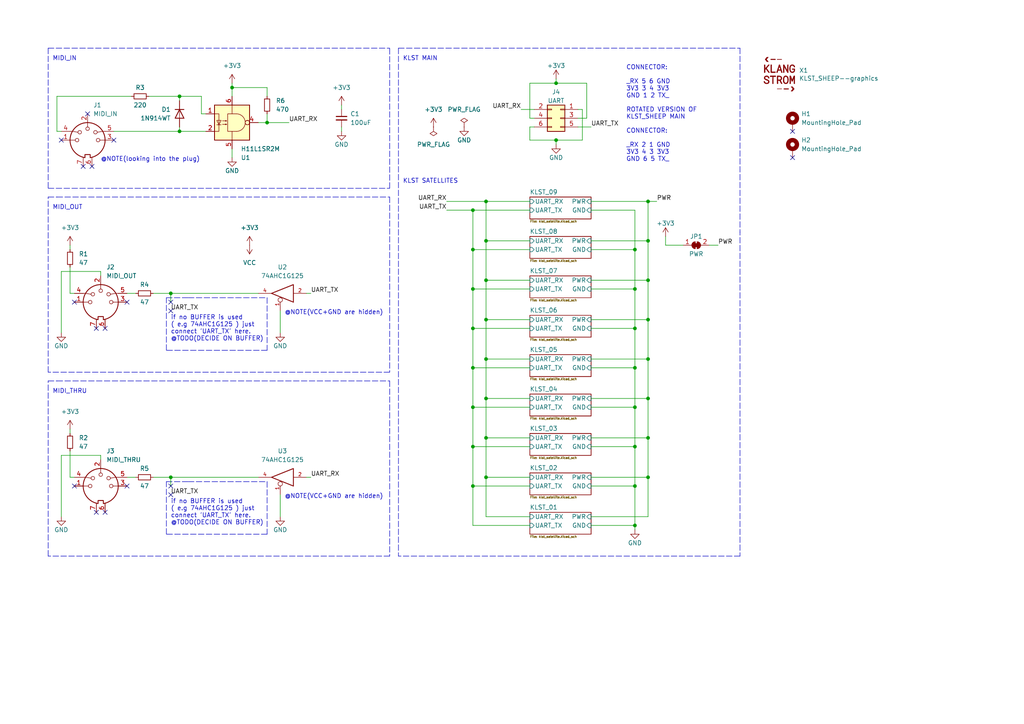
<source format=kicad_sch>
(kicad_sch (version 20211123) (generator eeschema)
  (paper "A4")
  (lib_symbols
    (symbol "74xGxx:74AHC1G125" (pin_names (offset 1.016))
      (property "Reference" "U" (at -2.54 3.81 0))
      (property "Value" "74AHC1G125" (at 0 -3.81 0))
      (symbol "74AHC1G125_1_1"
        (pin input inverted (at 0 5.08 270) (length 3.81) (name "~") (number "1"))
        (pin input line (at -7.62 0 0) (length 3.81) (name "~") (number "2"))
        (pin power_in line (at 1.27 -1.27 270) (length 0) hide (name "GND") (number "3"))
        (pin tri_state line (at 6.35 0 180) (length 3.81) (name "~") (number "4"))
        (pin power_in line (at 1.27 1.27 90) (length 0) hide (name "VCC") (number "5"))
      )
    )
    (symbol "Connector:DIN-5_180degree_with_Eaerth" (pin_names (offset 1.016))
      (property "Reference" "J" (at 3.175 5.715 0))
      (property "Value" "DIN-5_180degree_with_Eaerth" (at 2.54 -6.35 0))
      (symbol "DIN-5_180degree_with_Eaerth_0_0"
        (pin passive line (at 1.27 -7.62 90) (length 2.54) (name "~") (number "6"))
        (pin passive line (at -1.27 -7.62 90) (length 2.54) (name "~") (number "7"))
      )
      (symbol "DIN-5_180degree_with_Eaerth_1_1"
        (pin passive line (at -7.62 0 0) (length 2.54) (name "~") (number "1"))
        (pin passive line (at 0 7.62 270) (length 2.54) (name "~") (number "2"))
        (pin passive line (at 7.62 0 180) (length 2.54) (name "~") (number "3"))
        (pin passive line (at -7.62 2.54 0) (length 2.54) (name "~") (number "4"))
        (pin passive line (at 7.62 2.54 180) (length 2.54) (name "~") (number "5"))
      )
    )
    (symbol "Connector_Generic:Conn_02x03_Odd_Even" (pin_names (offset 1.016) hide)
      (property "Reference" "J" (at 1.27 5.08 0))
      (property "Value" "Conn_02x03_Odd_Even" (at 1.27 -5.08 0))
      (symbol "Conn_02x03_Odd_Even_1_1"
        (pin passive line (at -5.08 2.54 0) (length 3.81) (name "Pin_1") (number "1"))
        (pin passive line (at 7.62 2.54 180) (length 3.81) (name "Pin_2") (number "2"))
        (pin passive line (at -5.08 0 0) (length 3.81) (name "Pin_3") (number "3"))
        (pin passive line (at 7.62 0 180) (length 3.81) (name "Pin_4") (number "4"))
        (pin passive line (at -5.08 -2.54 0) (length 3.81) (name "Pin_5") (number "5"))
        (pin passive line (at 7.62 -2.54 180) (length 3.81) (name "Pin_6") (number "6"))
      )
    )
    (symbol "Device:C_Small" (pin_numbers hide) (pin_names (offset 0.254) hide)
      (property "Reference" "C" (at 0.254 1.778 0))
      (property "Value" "C_Small" (at 0.254 -2.032 0))
      (symbol "C_Small_1_1"
        (pin passive line (at 0 2.54 270) (length 2.032) (name "~") (number "1"))
        (pin passive line (at 0 -2.54 90) (length 2.032) (name "~") (number "2"))
      )
    )
    (symbol "Device:R_Small" (pin_numbers hide) (pin_names (offset 0.254) hide)
      (property "Reference" "R" (at 0.762 0.508 0))
      (property "Value" "R_Small" (at 0.762 -1.016 0))
      (symbol "R_Small_1_1"
        (pin passive line (at 0 2.54 270) (length 0.762) (name "~") (number "1"))
        (pin passive line (at 0 -2.54 90) (length 0.762) (name "~") (number "2"))
      )
    )
    (symbol "Diode:1N914WT" (pin_numbers hide) (pin_names (offset 1.016) hide)
      (property "Reference" "D" (at 0 2.54 0))
      (property "Value" "1N914WT" (at 0 -2.54 0))
      (symbol "1N914WT_1_1"
        (pin passive line (at -3.81 0 0) (length 2.54) (name "K") (number "1"))
        (pin passive line (at 3.81 0 180) (length 2.54) (name "A") (number "2"))
      )
    )
    (symbol "Isolator:H11L1" (pin_names (offset 1.016))
      (property "Reference" "U" (at 1.27 8.89 0))
      (property "Value" "H11L1" (at 1.27 6.35 0))
      (symbol "H11L1_1_1"
        (pin passive line (at -7.62 2.54 0) (length 2.54) (name "~") (number "1"))
        (pin passive line (at -7.62 -2.54 0) (length 2.54) (name "~") (number "2"))
        (pin no_connect line (at -5.08 0 0) (length 2.54) hide (name "~") (number "3"))
        (pin output inverted (at 7.62 0 180) (length 3.81) (name "~") (number "4"))
        (pin power_in line (at 0 -7.62 90) (length 2.54) (name "~") (number "5"))
        (pin power_in line (at 0 7.62 270) (length 2.54) (name "~") (number "6"))
      )
    )
    (symbol "Jumper:SolderJumper_2_Bridged" (pin_names (offset 0) hide)
      (property "Reference" "JP" (at 0 2.032 0))
      (property "Value" "SolderJumper_2_Bridged" (at 0 -2.54 0))
      (symbol "SolderJumper_2_Bridged_1_1"
        (pin passive line (at -3.81 0 0) (length 2.54) (name "A") (number "1"))
        (pin passive line (at 3.81 0 180) (length 2.54) (name "B") (number "2"))
      )
    )
    (symbol "KLST-ICON:LOGO" (pin_names (offset 1.016)))
    (symbol "KLST_SHEEP--graphics:KLST_SHEEP--graphics" (pin_numbers hide) (pin_names (offset 0) hide)
      (property "Reference" "X" (at 0 0 0))
      (property "Value" "KLST_SHEEP--graphics" (at 0 0 0))
    )
    (symbol "Mechanical:MountingHole_Pad" (pin_numbers hide) (pin_names (offset 1.016) hide)
      (property "Reference" "H" (at 0 6.35 0))
      (property "Value" "MountingHole_Pad" (at 0 4.445 0))
      (symbol "MountingHole_Pad_1_1"
        (pin input line (at 0 -2.54 90) (length 2.54) (name "1") (number "1"))
      )
    )
    (symbol "power:+3V3" (power) (pin_names (offset 0))
      (property "Value" "+3V3" (at 0 3.556 0))
      (symbol "+3V3_1_1"
        (pin power_in line (at 0 0 90) (length 0) hide (name "+3V3") (number "1"))
      )
    )
    (symbol "power:GND" (power) (pin_names (offset 0))
      (property "Value" "GND" (at 0 -3.81 0))
      (symbol "GND_1_1"
        (pin power_in line (at 0 0 270) (length 0) hide (name "GND") (number "1"))
      )
    )
    (symbol "power:PWR_FLAG" (power) (pin_numbers hide) (pin_names (offset 0) hide)
      (property "Value" "PWR_FLAG" (at 0 3.81 0))
      (symbol "PWR_FLAG_0_0"
        (pin power_out line (at 0 0 90) (length 0) (name "pwr") (number "1"))
      )
    )
    (symbol "power:VCC" (power) (pin_names (offset 0))
      (property "Value" "VCC" (at 0 3.81 0))
      (symbol "VCC_1_1"
        (pin power_in line (at 0 0 90) (length 0) hide (name "VCC") (number "1"))
      )
    )
  )
  (junction (at 137.16 72.39))
  (junction (at 140.97 81.28))
  (junction (at 184.15 72.39))
  (junction (at 184.15 129.54))
  (junction (at 184.15 106.68))
  (junction (at 140.97 58.42))
  (junction (at 187.96 81.28))
  (junction (at 187.96 58.42))
  (junction (at 140.97 104.14))
  (junction (at 49.53 85.09))
  (junction (at 49.53 138.43))
  (junction (at 137.16 118.11))
  (junction (at 140.97 92.71))
  (junction (at 161.29 24.13))
  (junction (at 184.15 118.11))
  (junction (at 184.15 140.97))
  (junction (at 187.96 127))
  (junction (at 77.47 35.56))
  (junction (at 140.97 69.85))
  (junction (at 140.97 115.57))
  (junction (at 137.16 60.96))
  (junction (at 184.15 95.25))
  (junction (at 187.96 138.43))
  (junction (at 52.07 27.94))
  (junction (at 187.96 104.14))
  (junction (at 161.29 40.64))
  (junction (at 187.96 69.85))
  (junction (at 140.97 138.43))
  (junction (at 52.07 38.1))
  (junction (at 137.16 106.68))
  (junction (at 137.16 95.25))
  (junction (at 187.96 92.71))
  (junction (at 137.16 140.97))
  (junction (at 184.15 152.4))
  (junction (at 187.96 115.57))
  (junction (at 67.31 25.4))
  (junction (at 137.16 83.82))
  (junction (at 184.15 83.82))
  (junction (at 137.16 129.54))
  (junction (at 140.97 127))
  (no_connect (at 26.67 48.26))
  (no_connect (at 30.48 148.59))
  (no_connect (at 49.53 140.97))
  (no_connect (at 25.4 33.02))
  (no_connect (at 30.48 95.25))
  (no_connect (at 229.87 45.72))
  (no_connect (at 229.87 38.1))
  (no_connect (at 33.02 40.64))
  (no_connect (at 17.78 40.64))
  (no_connect (at 36.83 87.63))
  (no_connect (at 21.59 87.63))
  (no_connect (at 21.59 140.97))
  (no_connect (at 49.53 90.17))
  (no_connect (at 36.83 140.97))
  (no_connect (at 49.53 87.63))
  (no_connect (at 24.13 48.26))
  (no_connect (at 27.94 148.59))
  (no_connect (at 27.94 95.25))
  (no_connect (at 49.53 143.51))
  (wire (pts (xy 187.96 92.71) (xy 187.96 81.28)))
  (polyline (pts (xy 113.03 107.95) (xy 13.97 107.95)))
  (wire (pts (xy 52.07 36.83) (xy 52.07 38.1)))
  (wire (pts (xy 137.16 106.68) (xy 153.67 106.68)))
  (wire (pts (xy 137.16 129.54) (xy 137.16 118.11)))
  (wire (pts (xy 161.29 40.64) (xy 168.91 40.64)))
  (polyline (pts (xy 48.26 154.94) (xy 48.26 139.7)))
  (wire (pts (xy 140.97 104.14) (xy 140.97 92.71)))
  (wire (pts (xy 36.83 138.43) (xy 39.37 138.43)))
  (wire (pts (xy 20.32 124.46) (xy 20.32 125.73)))
  (wire (pts (xy 193.04 68.58) (xy 193.04 71.12)))
  (wire (pts (xy 129.54 58.42) (xy 140.97 58.42)))
  (polyline (pts (xy 54.61 139.7) (xy 77.47 139.7)))
  (wire (pts (xy 67.31 25.4) (xy 67.31 27.94)))
  (polyline (pts (xy 16.51 57.15) (xy 113.03 57.15)))
  (wire (pts (xy 17.78 78.74) (xy 17.78 96.52)))
  (wire (pts (xy 140.97 127) (xy 153.67 127)))
  (wire (pts (xy 187.96 115.57) (xy 187.96 104.14)))
  (wire (pts (xy 16.51 38.1) (xy 17.78 38.1)))
  (wire (pts (xy 140.97 92.71) (xy 140.97 81.28)))
  (wire (pts (xy 171.45 106.68) (xy 184.15 106.68)))
  (polyline (pts (xy 13.97 107.95) (xy 13.97 57.15)))
  (wire (pts (xy 161.29 24.13) (xy 153.67 24.13)))
  (wire (pts (xy 137.16 118.11) (xy 153.67 118.11)))
  (wire (pts (xy 36.83 85.09) (xy 39.37 85.09)))
  (wire (pts (xy 137.16 95.25) (xy 137.16 83.82)))
  (wire (pts (xy 187.96 58.42) (xy 190.5 58.42)))
  (wire (pts (xy 137.16 72.39) (xy 137.16 60.96)))
  (wire (pts (xy 154.94 36.83) (xy 153.67 36.83)))
  (wire (pts (xy 20.32 77.47) (xy 20.32 85.09)))
  (wire (pts (xy 184.15 118.11) (xy 184.15 129.54)))
  (wire (pts (xy 137.16 83.82) (xy 153.67 83.82)))
  (wire (pts (xy 171.45 140.97) (xy 184.15 140.97)))
  (wire (pts (xy 187.96 81.28) (xy 187.96 69.85)))
  (wire (pts (xy 187.96 69.85) (xy 187.96 58.42)))
  (wire (pts (xy 205.74 71.12) (xy 208.28 71.12)))
  (polyline (pts (xy 13.97 54.61) (xy 113.03 54.61)))
  (polyline (pts (xy 77.47 139.7) (xy 77.47 154.94)))
  (wire (pts (xy 81.28 143.51) (xy 81.28 149.86)))
  (wire (pts (xy 29.21 78.74) (xy 17.78 78.74)))
  (wire (pts (xy 77.47 33.02) (xy 77.47 35.56)))
  (wire (pts (xy 184.15 152.4) (xy 184.15 153.67)))
  (polyline (pts (xy 13.97 13.97) (xy 13.97 54.61)))
  (wire (pts (xy 140.97 69.85) (xy 153.67 69.85)))
  (wire (pts (xy 137.16 152.4) (xy 137.16 140.97)))
  (wire (pts (xy 58.42 33.02) (xy 59.69 33.02)))
  (polyline (pts (xy 214.63 67.31) (xy 214.63 67.31)))
  (wire (pts (xy 44.45 85.09) (xy 49.53 85.09)))
  (wire (pts (xy 171.45 129.54) (xy 184.15 129.54)))
  (wire (pts (xy 140.97 115.57) (xy 140.97 104.14)))
  (wire (pts (xy 137.16 106.68) (xy 137.16 95.25)))
  (wire (pts (xy 170.18 24.13) (xy 161.29 24.13)))
  (wire (pts (xy 171.45 69.85) (xy 187.96 69.85)))
  (wire (pts (xy 171.45 115.57) (xy 187.96 115.57)))
  (wire (pts (xy 153.67 36.83) (xy 153.67 40.64)))
  (wire (pts (xy 184.15 106.68) (xy 184.15 118.11)))
  (wire (pts (xy 20.32 71.12) (xy 20.32 72.39)))
  (wire (pts (xy 171.45 138.43) (xy 187.96 138.43)))
  (wire (pts (xy 74.93 35.56) (xy 77.47 35.56)))
  (wire (pts (xy 171.45 149.86) (xy 187.96 149.86)))
  (wire (pts (xy 99.06 36.83) (xy 99.06 38.1)))
  (polyline (pts (xy 115.57 13.97) (xy 115.57 161.29)))
  (wire (pts (xy 140.97 92.71) (xy 153.67 92.71)))
  (wire (pts (xy 171.45 83.82) (xy 184.15 83.82)))
  (wire (pts (xy 140.97 127) (xy 140.97 115.57)))
  (wire (pts (xy 137.16 95.25) (xy 153.67 95.25)))
  (wire (pts (xy 137.16 129.54) (xy 153.67 129.54)))
  (wire (pts (xy 20.32 130.81) (xy 20.32 138.43)))
  (wire (pts (xy 168.91 31.75) (xy 168.91 40.64)))
  (polyline (pts (xy 48.26 101.6) (xy 48.26 86.36)))
  (wire (pts (xy 161.29 40.64) (xy 161.29 41.91)))
  (polyline (pts (xy 16.51 110.49) (xy 113.03 110.49)))
  (wire (pts (xy 140.97 138.43) (xy 153.67 138.43)))
  (wire (pts (xy 171.45 72.39) (xy 184.15 72.39)))
  (wire (pts (xy 153.67 24.13) (xy 153.67 34.29)))
  (wire (pts (xy 171.45 152.4) (xy 184.15 152.4)))
  (wire (pts (xy 184.15 129.54) (xy 184.15 140.97)))
  (wire (pts (xy 140.97 115.57) (xy 153.67 115.57)))
  (wire (pts (xy 187.96 104.14) (xy 187.96 92.71)))
  (polyline (pts (xy 113.03 54.61) (xy 113.03 13.97)))
  (wire (pts (xy 137.16 140.97) (xy 153.67 140.97)))
  (wire (pts (xy 140.97 104.14) (xy 153.67 104.14)))
  (wire (pts (xy 67.31 43.18) (xy 67.31 45.72)))
  (wire (pts (xy 52.07 27.94) (xy 58.42 27.94)))
  (wire (pts (xy 21.59 85.09) (xy 20.32 85.09)))
  (wire (pts (xy 187.96 138.43) (xy 187.96 127)))
  (wire (pts (xy 21.59 138.43) (xy 20.32 138.43)))
  (wire (pts (xy 17.78 132.08) (xy 17.78 149.86)))
  (wire (pts (xy 49.53 138.43) (xy 49.53 140.97)))
  (wire (pts (xy 184.15 72.39) (xy 184.15 83.82)))
  (wire (pts (xy 90.17 138.43) (xy 88.9 138.43)))
  (wire (pts (xy 153.67 34.29) (xy 154.94 34.29)))
  (wire (pts (xy 90.17 85.09) (xy 88.9 85.09)))
  (wire (pts (xy 171.45 58.42) (xy 187.96 58.42)))
  (polyline (pts (xy 48.26 139.7) (xy 54.61 139.7)))
  (wire (pts (xy 43.18 27.94) (xy 52.07 27.94)))
  (wire (pts (xy 140.97 81.28) (xy 153.67 81.28)))
  (wire (pts (xy 187.96 127) (xy 187.96 115.57)))
  (wire (pts (xy 137.16 140.97) (xy 137.16 129.54)))
  (wire (pts (xy 140.97 149.86) (xy 153.67 149.86)))
  (wire (pts (xy 58.42 27.94) (xy 58.42 33.02)))
  (wire (pts (xy 44.45 138.43) (xy 49.53 138.43)))
  (wire (pts (xy 38.1 27.94) (xy 16.51 27.94)))
  (wire (pts (xy 170.18 24.13) (xy 170.18 34.29)))
  (wire (pts (xy 167.64 31.75) (xy 168.91 31.75)))
  (wire (pts (xy 184.15 83.82) (xy 184.15 95.25)))
  (polyline (pts (xy 48.26 86.36) (xy 54.61 86.36)))
  (polyline (pts (xy 13.97 57.15) (xy 16.51 57.15)))
  (polyline (pts (xy 13.97 161.29) (xy 13.97 110.49)))
  (wire (pts (xy 129.54 60.96) (xy 137.16 60.96)))
  (wire (pts (xy 171.45 92.71) (xy 187.96 92.71)))
  (wire (pts (xy 167.64 36.83) (xy 171.45 36.83)))
  (wire (pts (xy 184.15 140.97) (xy 184.15 152.4)))
  (polyline (pts (xy 115.57 13.97) (xy 214.63 13.97)))
  (wire (pts (xy 171.45 118.11) (xy 184.15 118.11)))
  (polyline (pts (xy 214.63 161.29) (xy 115.57 161.29)))
  (wire (pts (xy 77.47 35.56) (xy 83.82 35.56)))
  (wire (pts (xy 171.45 104.14) (xy 187.96 104.14)))
  (polyline (pts (xy 54.61 86.36) (xy 77.47 86.36)))
  (polyline (pts (xy 214.63 13.97) (xy 214.63 161.29)))
  (polyline (pts (xy 77.47 86.36) (xy 77.47 101.6)))
  (wire (pts (xy 171.45 81.28) (xy 187.96 81.28)))
  (wire (pts (xy 49.53 138.43) (xy 74.93 138.43)))
  (wire (pts (xy 137.16 152.4) (xy 153.67 152.4)))
  (wire (pts (xy 161.29 22.86) (xy 161.29 24.13)))
  (wire (pts (xy 49.53 85.09) (xy 49.53 87.63)))
  (wire (pts (xy 29.21 80.01) (xy 29.21 78.74)))
  (polyline (pts (xy 13.97 110.49) (xy 16.51 110.49)))
  (wire (pts (xy 137.16 72.39) (xy 153.67 72.39)))
  (wire (pts (xy 33.02 38.1) (xy 52.07 38.1)))
  (wire (pts (xy 49.53 85.09) (xy 74.93 85.09)))
  (polyline (pts (xy 77.47 101.6) (xy 48.26 101.6)))
  (polyline (pts (xy 77.47 154.94) (xy 48.26 154.94)))
  (wire (pts (xy 193.04 71.12) (xy 198.12 71.12)))
  (wire (pts (xy 67.31 25.4) (xy 77.47 25.4)))
  (wire (pts (xy 137.16 118.11) (xy 137.16 106.68)))
  (polyline (pts (xy 13.97 13.97) (xy 113.03 13.97)))
  (polyline (pts (xy 113.03 110.49) (xy 113.03 161.29)))
  (wire (pts (xy 81.28 90.17) (xy 81.28 96.52)))
  (wire (pts (xy 140.97 149.86) (xy 140.97 138.43)))
  (wire (pts (xy 140.97 69.85) (xy 140.97 58.42)))
  (wire (pts (xy 187.96 149.86) (xy 187.96 138.43)))
  (wire (pts (xy 52.07 38.1) (xy 59.69 38.1)))
  (wire (pts (xy 137.16 83.82) (xy 137.16 72.39)))
  (wire (pts (xy 67.31 24.13) (xy 67.31 25.4)))
  (wire (pts (xy 184.15 95.25) (xy 184.15 106.68)))
  (wire (pts (xy 184.15 60.96) (xy 184.15 72.39)))
  (wire (pts (xy 137.16 60.96) (xy 153.67 60.96)))
  (wire (pts (xy 171.45 95.25) (xy 184.15 95.25)))
  (wire (pts (xy 99.06 30.48) (xy 99.06 31.75)))
  (wire (pts (xy 29.21 132.08) (xy 17.78 132.08)))
  (wire (pts (xy 171.45 60.96) (xy 184.15 60.96)))
  (wire (pts (xy 151.13 31.75) (xy 154.94 31.75)))
  (wire (pts (xy 170.18 34.29) (xy 167.64 34.29)))
  (wire (pts (xy 29.21 133.35) (xy 29.21 132.08)))
  (wire (pts (xy 140.97 81.28) (xy 140.97 69.85)))
  (wire (pts (xy 16.51 27.94) (xy 16.51 38.1)))
  (polyline (pts (xy 113.03 57.15) (xy 113.03 107.95)))
  (wire (pts (xy 140.97 58.42) (xy 153.67 58.42)))
  (polyline (pts (xy 113.03 161.29) (xy 13.97 161.29)))
  (wire (pts (xy 171.45 127) (xy 187.96 127)))
  (wire (pts (xy 140.97 138.43) (xy 140.97 127)))
  (wire (pts (xy 153.67 40.64) (xy 161.29 40.64)))
  (wire (pts (xy 77.47 27.94) (xy 77.47 25.4)))
  (wire (pts (xy 52.07 27.94) (xy 52.07 29.21)))
  (text "MIDI_THRU" (at 15.24 114.3 0) (effects (font (size 1.27 1.27)) (justify left bottom)))
  (text "CONNECTOR:\n\n_RX 5 6 GND\n3V3 3 4 3V3\nGND 1 2 TX_\n\nROTATED VERSION OF \nKLST_SHEEP MAIN\n\nCONNECTOR:\n\n_RX 2 1 GND\n3V3 4 3 3V3\nGND 6 5 TX_\n" (at 181.61 46.99 0) (effects (font (size 1.27 1.27)) (justify left bottom)))
  (text "if no BUFFER is used \n( e.g 74AHC1G125 ) just \nconnect 'UART_TX' here.\n@TODO(DECIDE ON BUFFER)" (at 49.53 152.4 0) (effects (font (size 1.27 1.27)) (justify left bottom)))
  (text "KLST SATELLITES" (at 116.84 53.34 0) (effects (font (size 1.27 1.27)) (justify left bottom)))
  (text "MIDI_IN" (at 15.24 17.78 0) (effects (font (size 1.27 1.27)) (justify left bottom)))
  (text "if no BUFFER is used \n( e.g 74AHC1G125 ) just \nconnect 'UART_TX' here.\n@TODO(DECIDE ON BUFFER)" (at 49.53 99.06 0) (effects (font (size 1.27 1.27)) (justify left bottom)))
  (text "KLST MAIN" (at 116.84 17.78 0) (effects (font (size 1.27 1.27)) (justify left bottom)))
  (text "@NOTE(looking into the plug)" (at 29.21 46.99 0) (effects (font (size 1.27 1.27)) (justify left bottom)))
  (text "@NOTE(VCC+GND are hidden)" (at 82.55 144.78 0) (effects (font (size 1.27 1.27)) (justify left bottom)))
  (text "@NOTE(VCC+GND are hidden)" (at 82.55 91.44 0) (effects (font (size 1.27 1.27)) (justify left bottom)))
  (text "MIDI_OUT" (at 15.24 60.96 0) (effects (font (size 1.27 1.27)) (justify left bottom)))
  (label "PWR" (at 208.28 71.12 0))
  (label "PWR" (at 190.5 58.42 0))
  (label "UART_RX" (at 83.82 35.56 0))
  (label "UART_TX" (at 90.17 85.09 0))
  (label "UART_RX" (at 90.17 138.43 0))
  (label "UART_RX" (at 129.54 58.42 180))
  (label "UART_TX" (at 129.54 60.96 180))
  (label "UART_TX" (at 49.53 90.17 0))
  (label "UART_TX" (at 171.45 36.83 0))
  (label "UART_RX" (at 151.13 31.75 180))
  (label "UART_TX" (at 49.53 143.51 0))
  (symbol (lib_id "Mechanical:MountingHole_Pad") (at 229.87 43.18 0) (unit 1)
    (property "Reference" "H2" (at 232.41 40.6399 0) (effects (justify left)))
    (property "Value" "MountingHole_Pad" (at 232.41 43.1799 0) (effects (justify left)))
    (property "Footprint" "MountingHole:MountingHole_3.2mm_M3_Pad_Via" (effects hide))
  )
  (symbol (lib_id "Jumper:SolderJumper_2_Bridged") (at 201.93 71.12 0) (unit 1)
    (property "Reference" "JP1" (at 201.93 68.58 0))
    (property "Value" "PWR" (at 201.93 73.66 0))
    (property "Footprint" "Jumper:SolderJumper-2_P1.3mm_Bridged_RoundedPad1.0x1.5mm" (effects hide))
    (property "JLCPCB Part #" "-" (effects hide))
  )
  (symbol (lib_id "power:GND") (at 99.06 38.1 0) (unit 1)
    (property "Reference" "#PWR012" (effects hide))
    (property "Value" "GND" (at 99.06 41.91 0))
  )
  (symbol (lib_id "power:GND") (at 81.28 149.86 0) (mirror y) (unit 1)
    (property "Reference" "#PWR010" (effects hide))
    (property "Value" "GND" (at 81.28 153.67 0))
  )
  (symbol (lib_id "KLST_SHEEP--graphics:KLST_SHEEP--graphics") (at 231.14 21.59 0) (unit 1)
    (property "Reference" "X1" (at 231.775 20.4216 0) (effects (justify left)))
    (property "Value" "KLST_SHEEP--graphics" (at 231.775 22.733 0) (effects (justify left)))
    (property "Footprint" "DIN-5:KLST--icon" (effects hide))
  )
  (symbol (lib_id "power:+3V3") (at 20.32 71.12 0) (unit 1)
    (property "Reference" "#PWR03" (effects hide))
    (property "Value" "+3V3" (at 20.32 66.04 0))
  )
  (symbol (lib_id "power:+3V3") (at 193.04 68.58 0) (unit 1)
    (property "Reference" "#PWR016" (effects hide))
    (property "Value" "+3V3" (at 193.04 64.77 0))
  )
  (symbol (lib_id "power:+3V3") (at 99.06 30.48 0) (unit 1)
    (property "Reference" "#PWR011" (effects hide))
    (property "Value" "+3V3" (at 99.06 25.4 0))
  )
  (symbol (lib_id "Device:R_Small") (at 20.32 74.93 0) (unit 1)
    (property "Reference" "R1" (at 22.86 73.6599 0) (effects (justify left)))
    (property "Value" "47" (at 22.86 76.1999 0) (effects (justify left)))
    (property "Footprint" "Resistor_SMD:R_0805_2012Metric_Pad1.20x1.40mm_HandSolder" (effects hide))
    (property "Extended Part" "-" (effects hide))
    (property "JLCPCB Part #" "C328398" (effects hide))
  )
  (symbol (lib_id "power:PWR_FLAG") (at 125.73 36.83 180) (unit 1)
    (property "Reference" "#FLG01" (effects hide))
    (property "Value" "PWR_FLAG" (at 125.73 41.91 0))
  )
  (symbol (lib_id "Diode:1N914WT") (at 52.07 33.02 270) (unit 1)
    (property "Reference" "D1" (at 49.53 31.75 90) (effects (justify right)))
    (property "Value" "1N914WT" (at 49.53 34.29 90) (effects (justify right)))
    (property "Footprint" "Diode_SMD:D_SOD-523" (effects hide))
    (property "Datasheet" "http://www.mouser.com/ds/2/149/1N4148WT-461550.pdf" (effects hide))
    (property "MPN" "1N914BWT" (effects hide))
    (property "Extended Part" "-" (effects hide))
    (property "JLCPCB Part #" "C896167" (effects hide))
  )
  (symbol (lib_id "Connector_Generic:Conn_02x03_Odd_Even") (at 162.56 34.29 0) (mirror y) (unit 1)
    (property "Reference" "J4" (at 161.29 26.67 0))
    (property "Value" "UART" (at 161.29 29.21 0))
    (property "Footprint" "Connector_IDC:IDC-Header_2x03_P2.54mm_Horizontal" (effects hide))
    (property "MFR.Part #" "300R-6P" (effects hide))
    (property "Extended Part" "-" (effects hide))
    (property "JLCPCB Part #" "C146629" (effects hide))
  )
  (symbol (lib_id "power:+3V3") (at 20.32 124.46 0) (unit 1)
    (property "Reference" "#PWR04" (effects hide))
    (property "Value" "+3V3" (at 20.32 119.38 0))
  )
  (symbol (lib_id "KLST-ICON:LOGO") (at 226.06 21.59 0) (unit 1)
    (property "Reference" "#G1" (effects hide))
    (property "Value" "LOGO" (effects hide))
  )
  (symbol (lib_id "Device:R_Small") (at 20.32 128.27 0) (unit 1)
    (property "Reference" "R2" (at 22.86 126.9999 0) (effects (justify left)))
    (property "Value" "47" (at 22.86 129.5399 0) (effects (justify left)))
    (property "Footprint" "Resistor_SMD:R_0805_2012Metric_Pad1.20x1.40mm_HandSolder" (effects hide))
    (property "Extended Part" "-" (effects hide))
    (property "JLCPCB Part #" "C328398" (effects hide))
  )
  (symbol (lib_id "power:+3V3") (at 125.73 36.83 0) (unit 1)
    (property "Reference" "#PWR013" (effects hide))
    (property "Value" "+3V3" (at 125.73 31.75 0))
  )
  (symbol (lib_id "74xGxx:74AHC1G125") (at 81.28 85.09 180) (unit 1)
    (property "Reference" "U2" (at 81.915 77.47 0))
    (property "Value" "74AHC1G125" (at 81.915 80.01 0))
    (property "Footprint" "Package_TO_SOT_SMD:SOT-23-5_HandSoldering" (effects hide))
    (property "Datasheet" "http://www.ti.com/lit/sg/scyt129e/scyt129e.pdf" (effects hide))
    (property "Extended Part" "-" (effects hide))
    (property "JLCPCB Part #" "C7468" (effects hide))
  )
  (symbol (lib_id "power:VCC") (at 72.39 71.12 180) (unit 1)
    (property "Reference" "#PWR07" (effects hide))
    (property "Value" "VCC" (at 72.39 76.2 0))
  )
  (symbol (lib_id "power:GND") (at 134.62 36.83 0) (unit 1)
    (property "Reference" "#PWR015" (effects hide))
    (property "Value" "GND" (at 134.62 40.64 0))
  )
  (symbol (lib_id "power:GND") (at 161.29 41.91 0) (unit 1)
    (property "Reference" "#PWR018" (effects hide))
    (property "Value" "GND" (at 161.29 45.72 0))
  )
  (symbol (lib_id "Connector:DIN-5_180degree_with_Eaerth") (at 29.21 87.63 0) (unit 1)
    (property "Reference" "J2" (at 30.8611 77.47 0) (effects (justify left)))
    (property "Value" "MIDI_OUT" (at 30.8611 80.01 0) (effects (justify left)))
    (property "Footprint" "DIN-5:DIN5-RA-PTH" (effects hide))
    (property "Datasheet" "http://www.mouser.com/ds/2/18/40_c091_abd_e-75918.pdf" (effects hide))
    (property "MPN" "FM6725" (effects hide))
    (property "Extended Part" "-" (effects hide))
    (property "JLCPCB Part #" "C2939344" (effects hide))
  )
  (symbol (lib_id "Isolator:H11L1") (at 67.31 35.56 0) (unit 1)
    (property "Reference" "U1" (at 69.85 45.72 0) (effects (justify left)))
    (property "Value" "H11L1SR2M" (at 69.85 43.18 0) (effects (justify left)))
    (property "Footprint" "Package_DIP:SMDIP-6_W9.53mm" (effects hide))
    (property "Datasheet" "https://www.onsemi.com/pub/Collateral/H11L3M-D.PDF" (effects hide))
    (property "JLCPCB Part #" "C20082" (effects hide))
    (property "Extended Part" "-" (effects hide))
  )
  (symbol (lib_id "power:PWR_FLAG") (at 134.62 36.83 0) (unit 1)
    (property "Reference" "#FLG02" (effects hide))
    (property "Value" "PWR_FLAG" (at 134.62 31.75 0))
  )
  (symbol (lib_id "power:GND") (at 17.78 96.52 0) (unit 1)
    (property "Reference" "#PWR01" (effects hide))
    (property "Value" "GND" (at 17.78 100.33 0))
  )
  (symbol (lib_id "74xGxx:74AHC1G125") (at 81.28 138.43 180) (unit 1)
    (property "Reference" "U3" (at 81.915 130.81 0))
    (property "Value" "74AHC1G125" (at 81.915 133.35 0))
    (property "Footprint" "Package_TO_SOT_SMD:SOT-23-5_HandSoldering" (effects hide))
    (property "Datasheet" "http://www.ti.com/lit/sg/scyt129e/scyt129e.pdf" (effects hide))
    (property "Extended Part" "-" (effects hide))
    (property "JLCPCB Part #" "C7468" (effects hide))
  )
  (symbol (lib_id "power:GND") (at 81.28 96.52 0) (mirror y) (unit 1)
    (property "Reference" "#PWR09" (effects hide))
    (property "Value" "GND" (at 81.28 100.33 0))
  )
  (symbol (lib_id "Connector:DIN-5_180degree_with_Eaerth") (at 25.4 40.64 0) (unit 1)
    (property "Reference" "J1" (at 27.0511 30.48 0) (effects (justify left)))
    (property "Value" "MIDI_IN" (at 27.0511 33.02 0) (effects (justify left)))
    (property "Footprint" "DIN-5:DIN5-RA-PTH" (effects hide))
    (property "Datasheet" "http://www.mouser.com/ds/2/18/40_c091_abd_e-75918.pdf" (effects hide))
    (property "MPN" "FM6725" (effects hide))
    (property "Extended Part" "-" (effects hide))
    (property "JLCPCB Part #" "C2939344" (effects hide))
  )
  (symbol (lib_id "Device:R_Small") (at 41.91 138.43 90) (unit 1)
    (property "Reference" "R5" (at 41.91 135.89 90))
    (property "Value" "47" (at 41.91 140.97 90))
    (property "Footprint" "Resistor_SMD:R_0805_2012Metric_Pad1.20x1.40mm_HandSolder" (effects hide))
    (property "Extended Part" "-" (effects hide))
    (property "JLCPCB Part #" "C328398" (effects hide))
  )
  (symbol (lib_id "Device:R_Small") (at 40.64 27.94 90) (unit 1)
    (property "Reference" "R3" (at 40.64 25.4 90))
    (property "Value" "220" (at 40.64 30.48 90))
    (property "Footprint" "Resistor_SMD:R_0805_2012Metric_Pad1.20x1.40mm_HandSolder" (effects hide))
    (property "Extended Part" "-" (effects hide))
    (property "JLCPCB Part #" "C479094" (effects hide))
  )
  (symbol (lib_id "Device:C_Small") (at 99.06 34.29 0) (unit 1)
    (property "Reference" "C1" (at 101.6 33.0262 0) (effects (justify left)))
    (property "Value" "100uF" (at 101.6 35.5662 0) (effects (justify left)))
    (property "Footprint" "Capacitor_SMD:C_0805_2012Metric_Pad1.18x1.45mm_HandSolder" (effects hide))
    (property "MPN" "F380G107MSALZT" (effects hide))
    (property "Extended Part" "-" (effects hide))
    (property "JLCPCB Part #" "C696821" (effects hide))
  )
  (symbol (lib_id "Mechanical:MountingHole_Pad") (at 229.87 35.56 0) (unit 1)
    (property "Reference" "H1" (at 232.41 33.0199 0) (effects (justify left)))
    (property "Value" "MountingHole_Pad" (at 232.41 35.5599 0) (effects (justify left)))
    (property "Footprint" "MountingHole:MountingHole_3.2mm_M3_Pad_Via" (effects hide))
  )
  (symbol (lib_id "power:GND") (at 184.15 153.67 0) (unit 1)
    (property "Reference" "#PWR014" (effects hide))
    (property "Value" "GND" (at 184.15 157.48 0))
  )
  (symbol (lib_id "Connector:DIN-5_180degree_with_Eaerth") (at 29.21 140.97 0) (unit 1)
    (property "Reference" "J3" (at 30.8611 130.81 0) (effects (justify left)))
    (property "Value" "MIDI_THRU" (at 30.8611 133.35 0) (effects (justify left)))
    (property "Footprint" "DIN-5:DIN5-RA-PTH" (effects hide))
    (property "Datasheet" "http://www.mouser.com/ds/2/18/40_c091_abd_e-75918.pdf" (effects hide))
    (property "MPN" "FM6725" (effects hide))
    (property "Extended Part" "-" (effects hide))
    (property "JLCPCB Part #" "C2939344" (effects hide))
  )
  (symbol (lib_id "power:GND") (at 67.31 45.72 0) (unit 1)
    (property "Reference" "#PWR06" (effects hide))
    (property "Value" "GND" (at 67.31 49.53 0))
  )
  (symbol (lib_id "power:GND") (at 17.78 149.86 0) (unit 1)
    (property "Reference" "#PWR02" (effects hide))
    (property "Value" "GND" (at 17.78 153.67 0))
  )
  (symbol (lib_id "Device:R_Small") (at 77.47 30.48 0) (unit 1)
    (property "Reference" "R6" (at 80.01 29.2099 0) (effects (justify left)))
    (property "Value" "470" (at 80.01 31.7499 0) (effects (justify left)))
    (property "Footprint" "Resistor_SMD:R_0805_2012Metric_Pad1.20x1.40mm_HandSolder" (effects hide))
    (property "Extended Part" "-" (effects hide))
    (property "JLCPCB Part #" "C328396" (effects hide))
  )
  (symbol (lib_id "power:+3V3") (at 67.31 24.13 0) (unit 1)
    (property "Reference" "#PWR05" (effects hide))
    (property "Value" "+3V3" (at 67.31 19.05 0))
  )
  (symbol (lib_id "power:+3V3") (at 72.39 71.12 0) (unit 1)
    (property "Reference" "#PWR08" (effects hide))
    (property "Value" "+3V3" (at 72.39 66.04 0))
  )
  (symbol (lib_id "power:+3V3") (at 161.29 22.86 0) (unit 1)
    (property "Reference" "#PWR017" (effects hide))
    (property "Value" "+3V3" (at 161.29 19.05 0))
  )
  (symbol (lib_id "Device:R_Small") (at 41.91 85.09 90) (unit 1)
    (property "Reference" "R4" (at 41.91 82.55 90))
    (property "Value" "47" (at 41.91 87.63 90))
    (property "Footprint" "Resistor_SMD:R_0805_2012Metric_Pad1.20x1.40mm_HandSolder" (effects hide))
    (property "Extended Part" "-" (effects hide))
    (property "JLCPCB Part #" "C328398" (effects hide))
  )
  (sheet (at 153.67 80.01) (size 17.78 6.35) (stroke (width 0.1524))
    (property "Sheet name" "KLST_07" (at 153.67 79.2984 0) (effects (justify left bottom)))
    (property "Sheet file" "klst_satellite.kicad_sch" (at 153.67 86.6906 0) (effects (font (size 0.635 0.635)) (justify left top)))
    (pin "GND" input (at 171.45 83.82 0))
    (pin "UART_RX" input (at 153.67 81.28 180))
    (pin "UART_TX" input (at 153.67 83.82 180))
    (pin "PWR" input (at 171.45 81.28 0))
  )
  (sheet (at 153.67 125.73) (size 17.78 6.35) (stroke (width 0.1524))
    (property "Sheet name" "KLST_03" (at 153.67 125.0184 0) (effects (justify left bottom)))
    (property "Sheet file" "klst_satellite.kicad_sch" (at 153.67 132.4106 0) (effects (font (size 0.635 0.635)) (justify left top)))
    (pin "GND" input (at 171.45 129.54 0))
    (pin "UART_RX" input (at 153.67 127 180))
    (pin "UART_TX" input (at 153.67 129.54 180))
    (pin "PWR" input (at 171.45 127 0))
  )
  (sheet (at 153.67 91.44) (size 17.78 6.35) (stroke (width 0.1524))
    (property "Sheet name" "KLST_06" (at 153.67 90.7284 0) (effects (justify left bottom)))
    (property "Sheet file" "klst_satellite.kicad_sch" (at 153.67 98.1206 0) (effects (font (size 0.635 0.635)) (justify left top)))
    (pin "GND" input (at 171.45 95.25 0))
    (pin "UART_RX" input (at 153.67 92.71 180))
    (pin "UART_TX" input (at 153.67 95.25 180))
    (pin "PWR" input (at 171.45 92.71 0))
  )
  (sheet (at 153.67 68.58) (size 17.78 6.35) (stroke (width 0.1524))
    (property "Sheet name" "KLST_08" (at 153.67 67.8684 0) (effects (justify left bottom)))
    (property "Sheet file" "klst_satellite.kicad_sch" (at 153.67 75.2606 0) (effects (font (size 0.635 0.635)) (justify left top)))
    (pin "GND" input (at 171.45 72.39 0))
    (pin "UART_RX" input (at 153.67 69.85 180))
    (pin "UART_TX" input (at 153.67 72.39 180))
    (pin "PWR" input (at 171.45 69.85 0))
  )
  (sheet (at 153.67 114.3) (size 17.78 6.35) (stroke (width 0.1524))
    (property "Sheet name" "KLST_04" (at 153.67 113.5884 0) (effects (justify left bottom)))
    (property "Sheet file" "klst_satellite.kicad_sch" (at 153.67 120.9806 0) (effects (font (size 0.635 0.635)) (justify left top)))
    (pin "GND" input (at 171.45 118.11 0))
    (pin "UART_RX" input (at 153.67 115.57 180))
    (pin "UART_TX" input (at 153.67 118.11 180))
    (pin "PWR" input (at 171.45 115.57 0))
  )
  (sheet (at 153.67 102.87) (size 17.78 6.35) (stroke (width 0.1524))
    (property "Sheet name" "KLST_05" (at 153.67 102.1584 0) (effects (justify left bottom)))
    (property "Sheet file" "klst_satellite.kicad_sch" (at 153.67 109.5506 0) (effects (font (size 0.635 0.635)) (justify left top)))
    (pin "GND" input (at 171.45 106.68 0))
    (pin "UART_RX" input (at 153.67 104.14 180))
    (pin "UART_TX" input (at 153.67 106.68 180))
    (pin "PWR" input (at 171.45 104.14 0))
  )
  (sheet (at 153.67 148.59) (size 17.78 6.35) (stroke (width 0.1524))
    (property "Sheet name" "KLST_01" (at 153.67 147.8784 0) (effects (justify left bottom)))
    (property "Sheet file" "klst_satellite.kicad_sch" (at 153.67 155.2706 0) (effects (font (size 0.635 0.635)) (justify left top)))
    (pin "GND" input (at 171.45 152.4 0))
    (pin "UART_RX" input (at 153.67 149.86 180))
    (pin "UART_TX" input (at 153.67 152.4 180))
    (pin "PWR" input (at 171.45 149.86 0))
  )
  (sheet (at 153.67 137.16) (size 17.78 6.35) (stroke (width 0.1524))
    (property "Sheet name" "KLST_02" (at 153.67 136.4484 0) (effects (justify left bottom)))
    (property "Sheet file" "klst_satellite.kicad_sch" (at 153.67 143.8406 0) (effects (font (size 0.635 0.635)) (justify left top)))
    (pin "GND" input (at 171.45 140.97 0))
    (pin "UART_RX" input (at 153.67 138.43 180))
    (pin "UART_TX" input (at 153.67 140.97 180))
    (pin "PWR" input (at 171.45 138.43 0))
  )
  (sheet (at 153.67 57.15) (size 17.78 6.35) (stroke (width 0.1524))
    (property "Sheet name" "KLST_09" (at 153.67 56.4384 0) (effects (justify left bottom)))
    (property "Sheet file" "klst_satellite.kicad_sch" (at 153.67 63.8306 0) (effects (font (size 0.635 0.635)) (justify left top)))
    (pin "GND" input (at 171.45 60.96 0))
    (pin "UART_RX" input (at 153.67 58.42 180))
    (pin "UART_TX" input (at 153.67 60.96 180))
    (pin "PWR" input (at 171.45 58.42 0))
  )
)
</source>
